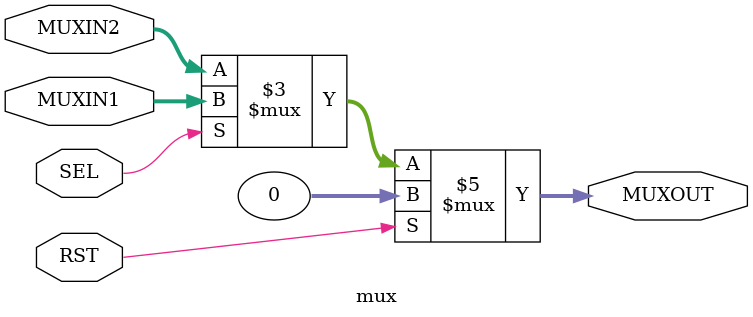
<source format=v>
module mux(MUXIN1, MUXIN2, MUXOUT, SEL, RST);

input RST;
input SEL;
input [31:0] MUXIN1;
input [31:0] MUXIN2;

output reg [31:0] MUXOUT;

always @(*) begin
    if(RST == 1) MUXOUT = 32'b0; else
        MUXOUT = SEL ? MUXIN1 : MUXIN2;
        
end

endmodule
</source>
